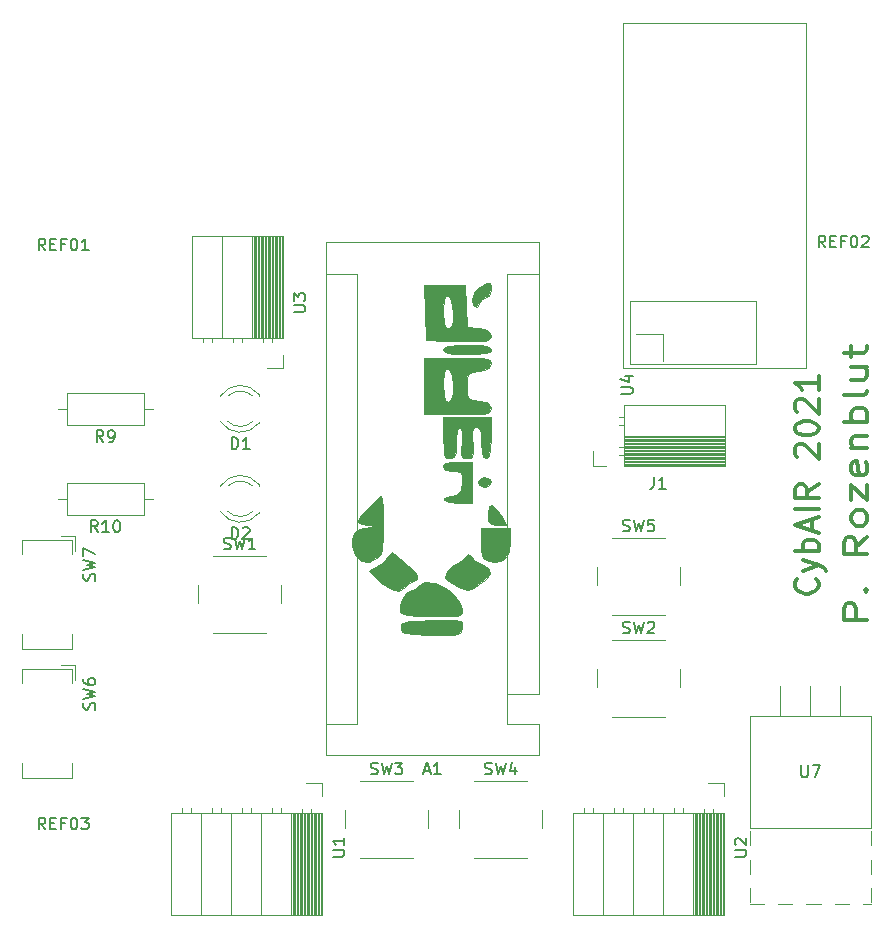
<source format=gbr>
G04 #@! TF.GenerationSoftware,KiCad,Pcbnew,(5.1.5)-3*
G04 #@! TF.CreationDate,2021-01-31T23:34:22+01:00*
G04 #@! TF.ProjectId,nadajnik_rev01,6e616461-6a6e-4696-9b5f-72657630312e,rev?*
G04 #@! TF.SameCoordinates,Original*
G04 #@! TF.FileFunction,Legend,Top*
G04 #@! TF.FilePolarity,Positive*
%FSLAX46Y46*%
G04 Gerber Fmt 4.6, Leading zero omitted, Abs format (unit mm)*
G04 Created by KiCad (PCBNEW (5.1.5)-3) date 2021-01-31 23:34:22*
%MOMM*%
%LPD*%
G04 APERTURE LIST*
%ADD10C,0.300000*%
%ADD11C,0.010000*%
%ADD12C,0.120000*%
%ADD13C,0.150000*%
G04 APERTURE END LIST*
D10*
X156721085Y-85523980D02*
X156816323Y-85619219D01*
X156911561Y-85904933D01*
X156911561Y-86095409D01*
X156816323Y-86381123D01*
X156625847Y-86571600D01*
X156435371Y-86666838D01*
X156054419Y-86762076D01*
X155768704Y-86762076D01*
X155387752Y-86666838D01*
X155197276Y-86571600D01*
X155006800Y-86381123D01*
X154911561Y-86095409D01*
X154911561Y-85904933D01*
X155006800Y-85619219D01*
X155102038Y-85523980D01*
X155578228Y-84857314D02*
X156911561Y-84381123D01*
X155578228Y-83904933D02*
X156911561Y-84381123D01*
X157387752Y-84571600D01*
X157482990Y-84666838D01*
X157578228Y-84857314D01*
X156911561Y-83143028D02*
X154911561Y-83143028D01*
X155673466Y-83143028D02*
X155578228Y-82952552D01*
X155578228Y-82571600D01*
X155673466Y-82381123D01*
X155768704Y-82285885D01*
X155959180Y-82190647D01*
X156530609Y-82190647D01*
X156721085Y-82285885D01*
X156816323Y-82381123D01*
X156911561Y-82571600D01*
X156911561Y-82952552D01*
X156816323Y-83143028D01*
X156340133Y-81428742D02*
X156340133Y-80476361D01*
X156911561Y-81619219D02*
X154911561Y-80952552D01*
X156911561Y-80285885D01*
X156911561Y-79619219D02*
X154911561Y-79619219D01*
X156911561Y-77523980D02*
X155959180Y-78190647D01*
X156911561Y-78666838D02*
X154911561Y-78666838D01*
X154911561Y-77904933D01*
X155006800Y-77714457D01*
X155102038Y-77619219D01*
X155292514Y-77523980D01*
X155578228Y-77523980D01*
X155768704Y-77619219D01*
X155863942Y-77714457D01*
X155959180Y-77904933D01*
X155959180Y-78666838D01*
X155102038Y-75238266D02*
X155006800Y-75143028D01*
X154911561Y-74952552D01*
X154911561Y-74476361D01*
X155006800Y-74285885D01*
X155102038Y-74190647D01*
X155292514Y-74095409D01*
X155482990Y-74095409D01*
X155768704Y-74190647D01*
X156911561Y-75333504D01*
X156911561Y-74095409D01*
X154911561Y-72857314D02*
X154911561Y-72666838D01*
X155006800Y-72476361D01*
X155102038Y-72381123D01*
X155292514Y-72285885D01*
X155673466Y-72190647D01*
X156149657Y-72190647D01*
X156530609Y-72285885D01*
X156721085Y-72381123D01*
X156816323Y-72476361D01*
X156911561Y-72666838D01*
X156911561Y-72857314D01*
X156816323Y-73047790D01*
X156721085Y-73143028D01*
X156530609Y-73238266D01*
X156149657Y-73333504D01*
X155673466Y-73333504D01*
X155292514Y-73238266D01*
X155102038Y-73143028D01*
X155006800Y-73047790D01*
X154911561Y-72857314D01*
X155102038Y-71428742D02*
X155006800Y-71333504D01*
X154911561Y-71143028D01*
X154911561Y-70666838D01*
X155006800Y-70476361D01*
X155102038Y-70381123D01*
X155292514Y-70285885D01*
X155482990Y-70285885D01*
X155768704Y-70381123D01*
X156911561Y-71523980D01*
X156911561Y-70285885D01*
X156911561Y-68381123D02*
X156911561Y-69523980D01*
X156911561Y-68952552D02*
X154911561Y-68952552D01*
X155197276Y-69143028D01*
X155387752Y-69333504D01*
X155482990Y-69523980D01*
X161026361Y-89000171D02*
X159026361Y-89000171D01*
X159026361Y-88047790D01*
X159121600Y-87809695D01*
X159216838Y-87690647D01*
X159407314Y-87571600D01*
X159693028Y-87571600D01*
X159883504Y-87690647D01*
X159978742Y-87809695D01*
X160073980Y-88047790D01*
X160073980Y-89000171D01*
X160835885Y-86500171D02*
X160931123Y-86381123D01*
X161026361Y-86500171D01*
X160931123Y-86619219D01*
X160835885Y-86500171D01*
X161026361Y-86500171D01*
X161026361Y-81976361D02*
X160073980Y-82809695D01*
X161026361Y-83404933D02*
X159026361Y-83404933D01*
X159026361Y-82452552D01*
X159121600Y-82214457D01*
X159216838Y-82095409D01*
X159407314Y-81976361D01*
X159693028Y-81976361D01*
X159883504Y-82095409D01*
X159978742Y-82214457D01*
X160073980Y-82452552D01*
X160073980Y-83404933D01*
X161026361Y-80547790D02*
X160931123Y-80785885D01*
X160835885Y-80904933D01*
X160645409Y-81023980D01*
X160073980Y-81023980D01*
X159883504Y-80904933D01*
X159788266Y-80785885D01*
X159693028Y-80547790D01*
X159693028Y-80190647D01*
X159788266Y-79952552D01*
X159883504Y-79833504D01*
X160073980Y-79714457D01*
X160645409Y-79714457D01*
X160835885Y-79833504D01*
X160931123Y-79952552D01*
X161026361Y-80190647D01*
X161026361Y-80547790D01*
X159693028Y-78881123D02*
X159693028Y-77571600D01*
X161026361Y-78881123D01*
X161026361Y-77571600D01*
X160931123Y-75666838D02*
X161026361Y-75904933D01*
X161026361Y-76381123D01*
X160931123Y-76619219D01*
X160740647Y-76738266D01*
X159978742Y-76738266D01*
X159788266Y-76619219D01*
X159693028Y-76381123D01*
X159693028Y-75904933D01*
X159788266Y-75666838D01*
X159978742Y-75547790D01*
X160169219Y-75547790D01*
X160359695Y-76738266D01*
X159693028Y-74476361D02*
X161026361Y-74476361D01*
X159883504Y-74476361D02*
X159788266Y-74357314D01*
X159693028Y-74119219D01*
X159693028Y-73762076D01*
X159788266Y-73523980D01*
X159978742Y-73404933D01*
X161026361Y-73404933D01*
X161026361Y-72214457D02*
X159026361Y-72214457D01*
X159788266Y-72214457D02*
X159693028Y-71976361D01*
X159693028Y-71500171D01*
X159788266Y-71262076D01*
X159883504Y-71143028D01*
X160073980Y-71023980D01*
X160645409Y-71023980D01*
X160835885Y-71143028D01*
X160931123Y-71262076D01*
X161026361Y-71500171D01*
X161026361Y-71976361D01*
X160931123Y-72214457D01*
X161026361Y-69595409D02*
X160931123Y-69833504D01*
X160740647Y-69952552D01*
X159026361Y-69952552D01*
X159693028Y-67571600D02*
X161026361Y-67571600D01*
X159693028Y-68643028D02*
X160740647Y-68643028D01*
X160931123Y-68523980D01*
X161026361Y-68285885D01*
X161026361Y-67928742D01*
X160931123Y-67690647D01*
X160835885Y-67571600D01*
X159693028Y-66738266D02*
X159693028Y-65785885D01*
X159026361Y-66381123D02*
X160740647Y-66381123D01*
X160931123Y-66262076D01*
X161026361Y-66023980D01*
X161026361Y-65785885D01*
D11*
G36*
X130761874Y-81209147D02*
G01*
X130761874Y-82402898D01*
X130700245Y-83227687D01*
X130472780Y-83697970D01*
X130202234Y-83896159D01*
X129498644Y-84070713D01*
X128999076Y-84034156D01*
X128611993Y-83875323D01*
X128420764Y-83550610D01*
X128358942Y-82905828D01*
X128355558Y-82540895D01*
X128355558Y-81209147D01*
X130761874Y-81209147D01*
G37*
X130761874Y-81209147D02*
X130761874Y-82402898D01*
X130700245Y-83227687D01*
X130472780Y-83697970D01*
X130202234Y-83896159D01*
X129498644Y-84070713D01*
X128999076Y-84034156D01*
X128611993Y-83875323D01*
X128420764Y-83550610D01*
X128358942Y-82905828D01*
X128355558Y-82540895D01*
X128355558Y-81209147D01*
X130761874Y-81209147D01*
G36*
X128982369Y-79373470D02*
G01*
X129241844Y-79228542D01*
X129643601Y-79576704D01*
X130014175Y-80143859D01*
X130469634Y-80941779D01*
X129679964Y-80941779D01*
X129147555Y-80887587D01*
X128930456Y-80616722D01*
X128890295Y-80014381D01*
X128982369Y-79373470D01*
G37*
X128982369Y-79373470D02*
X129241844Y-79228542D01*
X129643601Y-79576704D01*
X130014175Y-80143859D01*
X130469634Y-80941779D01*
X129679964Y-80941779D01*
X129147555Y-80887587D01*
X128930456Y-80616722D01*
X128890295Y-80014381D01*
X128982369Y-79373470D01*
G36*
X125333332Y-85143311D02*
G01*
X125664610Y-84708510D01*
X126074589Y-84314549D01*
X126387661Y-84150200D01*
X126671991Y-83967140D01*
X126939195Y-83682305D01*
X127270230Y-83393111D01*
X127460721Y-83554246D01*
X127781847Y-83906751D01*
X128361654Y-84286965D01*
X128379714Y-84296375D01*
X128979167Y-84711775D01*
X129088766Y-85128368D01*
X128701368Y-85607997D01*
X128185362Y-85979159D01*
X127559781Y-86358566D01*
X127134883Y-86461282D01*
X126664744Y-86304696D01*
X126294954Y-86112843D01*
X125671812Y-85751482D01*
X125285928Y-85472384D01*
X125248930Y-85429952D01*
X125333332Y-85143311D01*
G37*
X125333332Y-85143311D02*
X125664610Y-84708510D01*
X126074589Y-84314549D01*
X126387661Y-84150200D01*
X126671991Y-83967140D01*
X126939195Y-83682305D01*
X127270230Y-83393111D01*
X127460721Y-83554246D01*
X127781847Y-83906751D01*
X128361654Y-84286965D01*
X128379714Y-84296375D01*
X128979167Y-84711775D01*
X129088766Y-85128368D01*
X128701368Y-85607997D01*
X128185362Y-85979159D01*
X127559781Y-86358566D01*
X127134883Y-86461282D01*
X126664744Y-86304696D01*
X126294954Y-86112843D01*
X125671812Y-85751482D01*
X125285928Y-85472384D01*
X125248930Y-85429952D01*
X125333332Y-85143311D01*
G36*
X128311093Y-77005690D02*
G01*
X128622926Y-76931252D01*
X129058413Y-77098430D01*
X129157663Y-77332305D01*
X128934759Y-77658920D01*
X128622926Y-77733358D01*
X128187439Y-77566180D01*
X128088189Y-77332305D01*
X128311093Y-77005690D01*
G37*
X128311093Y-77005690D02*
X128622926Y-76931252D01*
X129058413Y-77098430D01*
X129157663Y-77332305D01*
X128934759Y-77658920D01*
X128622926Y-77733358D01*
X128187439Y-77566180D01*
X128088189Y-77332305D01*
X128311093Y-77005690D01*
G36*
X129157663Y-71851252D02*
G01*
X129157663Y-73589147D01*
X129130889Y-74563959D01*
X129035218Y-75105762D01*
X128847630Y-75314316D01*
X128756610Y-75327042D01*
X128504403Y-75183928D01*
X128381221Y-74688430D01*
X128355558Y-73990200D01*
X128318132Y-73166313D01*
X128180997Y-72758937D01*
X127920488Y-72653358D01*
X127666349Y-72741853D01*
X127568304Y-73089423D01*
X127598113Y-73819192D01*
X127613872Y-73990200D01*
X127670005Y-74781813D01*
X127608643Y-75178239D01*
X127383244Y-75314297D01*
X127152400Y-75327042D01*
X126807414Y-75281877D01*
X126654134Y-75056502D01*
X126646020Y-74516096D01*
X126690928Y-73990200D01*
X126721076Y-73079774D01*
X126588298Y-72675548D01*
X126517996Y-72653358D01*
X126328620Y-72902474D01*
X126227503Y-73585079D01*
X126216610Y-73990200D01*
X126188457Y-74792043D01*
X126068959Y-75191953D01*
X125805558Y-75321322D01*
X125681874Y-75327042D01*
X125392482Y-75272877D01*
X125231140Y-75031610D01*
X125161490Y-74485083D01*
X125147137Y-73589147D01*
X125147137Y-71851252D01*
X129157663Y-71851252D01*
G37*
X129157663Y-71851252D02*
X129157663Y-73589147D01*
X129130889Y-74563959D01*
X129035218Y-75105762D01*
X128847630Y-75314316D01*
X128756610Y-75327042D01*
X128504403Y-75183928D01*
X128381221Y-74688430D01*
X128355558Y-73990200D01*
X128318132Y-73166313D01*
X128180997Y-72758937D01*
X127920488Y-72653358D01*
X127666349Y-72741853D01*
X127568304Y-73089423D01*
X127598113Y-73819192D01*
X127613872Y-73990200D01*
X127670005Y-74781813D01*
X127608643Y-75178239D01*
X127383244Y-75314297D01*
X127152400Y-75327042D01*
X126807414Y-75281877D01*
X126654134Y-75056502D01*
X126646020Y-74516096D01*
X126690928Y-73990200D01*
X126721076Y-73079774D01*
X126588298Y-72675548D01*
X126517996Y-72653358D01*
X126328620Y-72902474D01*
X126227503Y-73585079D01*
X126216610Y-73990200D01*
X126188457Y-74792043D01*
X126068959Y-75191953D01*
X125805558Y-75321322D01*
X125681874Y-75327042D01*
X125392482Y-75272877D01*
X125231140Y-75031610D01*
X125161490Y-74485083D01*
X125147137Y-73589147D01*
X125147137Y-71851252D01*
X129157663Y-71851252D01*
G36*
X126350295Y-66792435D02*
G01*
X127603168Y-66786946D01*
X128415847Y-66811208D01*
X128882712Y-66881834D01*
X129098143Y-67015439D01*
X129156523Y-67228636D01*
X129157663Y-67286607D01*
X129036264Y-67653313D01*
X128585016Y-67838709D01*
X128155031Y-67891428D01*
X127538899Y-67968000D01*
X127247192Y-68165947D01*
X127158572Y-68640915D01*
X127152400Y-69177568D01*
X127173715Y-69918691D01*
X127318552Y-70280727D01*
X127708246Y-70419324D01*
X128155031Y-70463708D01*
X128841106Y-70584161D01*
X129125497Y-70843385D01*
X129157663Y-71065287D01*
X129118786Y-71296874D01*
X128939329Y-71447103D01*
X128525049Y-71533382D01*
X127781705Y-71573120D01*
X126615058Y-71583725D01*
X126350295Y-71583884D01*
X125548189Y-71583884D01*
X125548189Y-70514410D01*
X125802825Y-70368542D01*
X125925564Y-69865228D01*
X125949242Y-69206174D01*
X125880951Y-68285413D01*
X125663615Y-67815105D01*
X125548189Y-67744039D01*
X125313971Y-67749434D01*
X125190989Y-68062323D01*
X125148689Y-68782373D01*
X125147137Y-69052275D01*
X125183520Y-69936239D01*
X125311090Y-70390002D01*
X125548189Y-70514410D01*
X125548189Y-71583884D01*
X123542926Y-71583884D01*
X123542926Y-66820104D01*
X126350295Y-66792435D01*
G37*
X126350295Y-66792435D02*
X127603168Y-66786946D01*
X128415847Y-66811208D01*
X128882712Y-66881834D01*
X129098143Y-67015439D01*
X129156523Y-67228636D01*
X129157663Y-67286607D01*
X129036264Y-67653313D01*
X128585016Y-67838709D01*
X128155031Y-67891428D01*
X127538899Y-67968000D01*
X127247192Y-68165947D01*
X127158572Y-68640915D01*
X127152400Y-69177568D01*
X127173715Y-69918691D01*
X127318552Y-70280727D01*
X127708246Y-70419324D01*
X128155031Y-70463708D01*
X128841106Y-70584161D01*
X129125497Y-70843385D01*
X129157663Y-71065287D01*
X129118786Y-71296874D01*
X128939329Y-71447103D01*
X128525049Y-71533382D01*
X127781705Y-71573120D01*
X126615058Y-71583725D01*
X126350295Y-71583884D01*
X125548189Y-71583884D01*
X125548189Y-70514410D01*
X125802825Y-70368542D01*
X125925564Y-69865228D01*
X125949242Y-69206174D01*
X125880951Y-68285413D01*
X125663615Y-67815105D01*
X125548189Y-67744039D01*
X125313971Y-67749434D01*
X125190989Y-68062323D01*
X125148689Y-68782373D01*
X125147137Y-69052275D01*
X125183520Y-69936239D01*
X125311090Y-70390002D01*
X125548189Y-70514410D01*
X125548189Y-71583884D01*
X123542926Y-71583884D01*
X123542926Y-66820104D01*
X126350295Y-66792435D01*
G36*
X125252179Y-65891287D02*
G01*
X125631775Y-65767113D01*
X126382627Y-65710968D01*
X127152400Y-65701779D01*
X128210122Y-65722787D01*
X128830994Y-65798706D01*
X129111718Y-65948877D01*
X129157663Y-66102831D01*
X129052621Y-66314376D01*
X128673025Y-66438550D01*
X127922173Y-66494695D01*
X127152400Y-66503884D01*
X126094678Y-66482876D01*
X125473806Y-66406956D01*
X125193082Y-66256786D01*
X125147137Y-66102831D01*
X125252179Y-65891287D01*
G37*
X125252179Y-65891287D02*
X125631775Y-65767113D01*
X126382627Y-65710968D01*
X127152400Y-65701779D01*
X128210122Y-65722787D01*
X128830994Y-65798706D01*
X129111718Y-65948877D01*
X129157663Y-66102831D01*
X129052621Y-66314376D01*
X128673025Y-66438550D01*
X127922173Y-66494695D01*
X127152400Y-66503884D01*
X126094678Y-66482876D01*
X125473806Y-66406956D01*
X125193082Y-66256786D01*
X125147137Y-66102831D01*
X125252179Y-65891287D01*
G36*
X126994284Y-60621779D02*
G01*
X127073342Y-62426516D01*
X127152400Y-64231252D01*
X128155031Y-64314234D01*
X128838834Y-64433130D01*
X129123374Y-64690056D01*
X129157663Y-64925167D01*
X129123525Y-65161910D01*
X128957332Y-65310483D01*
X128563416Y-65386656D01*
X127846107Y-65406200D01*
X126709739Y-65384884D01*
X126417137Y-65376922D01*
X125358044Y-65347476D01*
X125358044Y-64314416D01*
X125641186Y-64298277D01*
X125770996Y-64186691D01*
X125934424Y-63750390D01*
X125965613Y-63056930D01*
X125883125Y-62322269D01*
X125705523Y-61762368D01*
X125548189Y-61594565D01*
X125313971Y-61599961D01*
X125190989Y-61912850D01*
X125148689Y-62632899D01*
X125147137Y-62902802D01*
X125197696Y-63858179D01*
X125358044Y-64314416D01*
X125358044Y-65347476D01*
X123676610Y-65300726D01*
X123599359Y-62961252D01*
X123522107Y-60621779D01*
X126994284Y-60621779D01*
G37*
X126994284Y-60621779D02*
X127073342Y-62426516D01*
X127152400Y-64231252D01*
X128155031Y-64314234D01*
X128838834Y-64433130D01*
X129123374Y-64690056D01*
X129157663Y-64925167D01*
X129123525Y-65161910D01*
X128957332Y-65310483D01*
X128563416Y-65386656D01*
X127846107Y-65406200D01*
X126709739Y-65384884D01*
X126417137Y-65376922D01*
X125358044Y-65347476D01*
X125358044Y-64314416D01*
X125641186Y-64298277D01*
X125770996Y-64186691D01*
X125934424Y-63750390D01*
X125965613Y-63056930D01*
X125883125Y-62322269D01*
X125705523Y-61762368D01*
X125548189Y-61594565D01*
X125313971Y-61599961D01*
X125190989Y-61912850D01*
X125148689Y-62632899D01*
X125147137Y-62902802D01*
X125197696Y-63858179D01*
X125358044Y-64314416D01*
X125358044Y-65347476D01*
X123676610Y-65300726D01*
X123599359Y-62961252D01*
X123522107Y-60621779D01*
X126994284Y-60621779D01*
G36*
X127791717Y-61188870D02*
G01*
X128212467Y-60786213D01*
X128800480Y-60437154D01*
X129075690Y-60435916D01*
X129154742Y-60811698D01*
X129157663Y-61022831D01*
X129028256Y-61545484D01*
X128785216Y-61691252D01*
X128372462Y-61906919D01*
X128258870Y-62092305D01*
X127971446Y-62465599D01*
X127686379Y-62375169D01*
X127553528Y-61871284D01*
X127553453Y-61855687D01*
X127791717Y-61188870D01*
G37*
X127791717Y-61188870D02*
X128212467Y-60786213D01*
X128800480Y-60437154D01*
X129075690Y-60435916D01*
X129154742Y-60811698D01*
X129157663Y-61022831D01*
X129028256Y-61545484D01*
X128785216Y-61691252D01*
X128372462Y-61906919D01*
X128258870Y-62092305D01*
X127971446Y-62465599D01*
X127686379Y-62375169D01*
X127553528Y-61871284D01*
X127553453Y-61855687D01*
X127791717Y-61188870D01*
G36*
X125304595Y-75731124D02*
G01*
X125839988Y-75610718D01*
X126350295Y-75594410D01*
X127553453Y-75594410D01*
X127553453Y-79070200D01*
X126350295Y-79070200D01*
X125589037Y-79004944D01*
X125196451Y-78849483D01*
X125220994Y-78664280D01*
X125711121Y-78509799D01*
X125882400Y-78486380D01*
X126378798Y-78355474D01*
X126612680Y-78004338D01*
X126700645Y-77399147D01*
X126722987Y-76743936D01*
X126565148Y-76462381D01*
X126111906Y-76397364D01*
X125965382Y-76396516D01*
X125321563Y-76281715D01*
X125147137Y-75995463D01*
X125304595Y-75731124D01*
G37*
X125304595Y-75731124D02*
X125839988Y-75610718D01*
X126350295Y-75594410D01*
X127553453Y-75594410D01*
X127553453Y-79070200D01*
X126350295Y-79070200D01*
X125589037Y-79004944D01*
X125196451Y-78849483D01*
X125220994Y-78664280D01*
X125711121Y-78509799D01*
X125882400Y-78486380D01*
X126378798Y-78355474D01*
X126612680Y-78004338D01*
X126700645Y-77399147D01*
X126722987Y-76743936D01*
X126565148Y-76462381D01*
X126111906Y-76397364D01*
X125965382Y-76396516D01*
X125321563Y-76281715D01*
X125147137Y-75995463D01*
X125304595Y-75731124D01*
G36*
X121578709Y-89383868D02*
G01*
X121766955Y-89221812D01*
X122200066Y-89122186D01*
X122975703Y-89062087D01*
X124144505Y-89019992D01*
X125341010Y-88991353D01*
X126101565Y-89002385D01*
X126524518Y-89071057D01*
X126708215Y-89215336D01*
X126751003Y-89453192D01*
X126751347Y-89496278D01*
X126599561Y-90006399D01*
X126394788Y-90185912D01*
X125975264Y-90240115D01*
X125172223Y-90264182D01*
X124136213Y-90254739D01*
X123787945Y-90244363D01*
X122687656Y-90194849D01*
X122017509Y-90121365D01*
X121672926Y-89995416D01*
X121549333Y-89788512D01*
X121537663Y-89631252D01*
X121578709Y-89383868D01*
G37*
X121578709Y-89383868D02*
X121766955Y-89221812D01*
X122200066Y-89122186D01*
X122975703Y-89062087D01*
X124144505Y-89019992D01*
X125341010Y-88991353D01*
X126101565Y-89002385D01*
X126524518Y-89071057D01*
X126708215Y-89215336D01*
X126751003Y-89453192D01*
X126751347Y-89496278D01*
X126599561Y-90006399D01*
X126394788Y-90185912D01*
X125975264Y-90240115D01*
X125172223Y-90264182D01*
X124136213Y-90254739D01*
X123787945Y-90244363D01*
X122687656Y-90194849D01*
X122017509Y-90121365D01*
X121672926Y-89995416D01*
X121549333Y-89788512D01*
X121537663Y-89631252D01*
X121578709Y-89383868D01*
G36*
X121727116Y-87138476D02*
G01*
X122086597Y-86674034D01*
X122352210Y-86556516D01*
X122779938Y-86369807D01*
X123008189Y-86155463D01*
X123624740Y-85795351D01*
X124457924Y-85871644D01*
X125432679Y-86372577D01*
X125710240Y-86578982D01*
X126492925Y-87361054D01*
X126751347Y-88049509D01*
X126731242Y-88348386D01*
X126604277Y-88537064D01*
X126270477Y-88640881D01*
X125629867Y-88685180D01*
X124582473Y-88695302D01*
X124202956Y-88695463D01*
X122970524Y-88679399D01*
X122175680Y-88621261D01*
X121721967Y-88506127D01*
X121512926Y-88319076D01*
X121493745Y-88276374D01*
X121491830Y-87748055D01*
X121727116Y-87138476D01*
G37*
X121727116Y-87138476D02*
X122086597Y-86674034D01*
X122352210Y-86556516D01*
X122779938Y-86369807D01*
X123008189Y-86155463D01*
X123624740Y-85795351D01*
X124457924Y-85871644D01*
X125432679Y-86372577D01*
X125710240Y-86578982D01*
X126492925Y-87361054D01*
X126751347Y-88049509D01*
X126731242Y-88348386D01*
X126604277Y-88537064D01*
X126270477Y-88640881D01*
X125629867Y-88685180D01*
X124582473Y-88695302D01*
X124202956Y-88695463D01*
X122970524Y-88679399D01*
X122175680Y-88621261D01*
X121721967Y-88506127D01*
X121512926Y-88319076D01*
X121493745Y-88276374D01*
X121491830Y-87748055D01*
X121727116Y-87138476D01*
G36*
X118978055Y-84656258D02*
G01*
X119236099Y-84560435D01*
X119867780Y-84220765D01*
X120325087Y-83831346D01*
X120832316Y-83286899D01*
X121915433Y-84186444D01*
X122632589Y-84821239D01*
X122943392Y-85231540D01*
X122881276Y-85497037D01*
X122540295Y-85675797D01*
X122022937Y-86007084D01*
X121858588Y-86202143D01*
X121396503Y-86530309D01*
X120713520Y-86404535D01*
X119853176Y-85835654D01*
X119642986Y-85650797D01*
X119075226Y-85111965D01*
X118867261Y-84817108D01*
X118978055Y-84656258D01*
G37*
X118978055Y-84656258D02*
X119236099Y-84560435D01*
X119867780Y-84220765D01*
X120325087Y-83831346D01*
X120832316Y-83286899D01*
X121915433Y-84186444D01*
X122632589Y-84821239D01*
X122943392Y-85231540D01*
X122881276Y-85497037D01*
X122540295Y-85675797D01*
X122022937Y-86007084D01*
X121858588Y-86202143D01*
X121396503Y-86530309D01*
X120713520Y-86404535D01*
X119853176Y-85835654D01*
X119642986Y-85650797D01*
X119075226Y-85111965D01*
X118867261Y-84817108D01*
X118978055Y-84656258D01*
G36*
X117549877Y-81652263D02*
G01*
X117836100Y-81357423D01*
X118465904Y-81200667D01*
X118596610Y-81180246D01*
X119235251Y-81076757D01*
X119370585Y-81022206D01*
X119028747Y-80990458D01*
X118797137Y-80979720D01*
X118205268Y-80874620D01*
X117930581Y-80669626D01*
X117928189Y-80647673D01*
X118101951Y-80317856D01*
X118528097Y-79789486D01*
X119063922Y-79214911D01*
X119566718Y-78746480D01*
X119893780Y-78536542D01*
X119906716Y-78535463D01*
X119977921Y-78782745D01*
X120032903Y-79444363D01*
X120063499Y-80399981D01*
X120067137Y-80900340D01*
X120048025Y-82098343D01*
X119976707Y-82882941D01*
X119832210Y-83374550D01*
X119593563Y-83693589D01*
X119578189Y-83707708D01*
X118873885Y-84079467D01*
X118212930Y-83992529D01*
X117700564Y-83519341D01*
X117442023Y-82732350D01*
X117441489Y-82236788D01*
X117549877Y-81652263D01*
G37*
X117549877Y-81652263D02*
X117836100Y-81357423D01*
X118465904Y-81200667D01*
X118596610Y-81180246D01*
X119235251Y-81076757D01*
X119370585Y-81022206D01*
X119028747Y-80990458D01*
X118797137Y-80979720D01*
X118205268Y-80874620D01*
X117930581Y-80669626D01*
X117928189Y-80647673D01*
X118101951Y-80317856D01*
X118528097Y-79789486D01*
X119063922Y-79214911D01*
X119566718Y-78746480D01*
X119893780Y-78536542D01*
X119906716Y-78535463D01*
X119977921Y-78782745D01*
X120032903Y-79444363D01*
X120063499Y-80399981D01*
X120067137Y-80900340D01*
X120048025Y-82098343D01*
X119976707Y-82882941D01*
X119832210Y-83374550D01*
X119593563Y-83693589D01*
X119578189Y-83707708D01*
X118873885Y-84079467D01*
X118212930Y-83992529D01*
X117700564Y-83519341D01*
X117442023Y-82732350D01*
X117441489Y-82236788D01*
X117549877Y-81652263D01*
D12*
X140970000Y-67310000D02*
X140970000Y-61976000D01*
X140970000Y-61976000D02*
X151638000Y-61976000D01*
X151638000Y-61976000D02*
X151638000Y-67310000D01*
X151638000Y-67310000D02*
X151638000Y-67310000D01*
X141478000Y-64770000D02*
X143764000Y-64770000D01*
X143764000Y-64770000D02*
X143764000Y-67056000D01*
X143764000Y-67056000D02*
X143764000Y-67056000D01*
X140394000Y-67640000D02*
X140394000Y-38440000D01*
X140394000Y-38440000D02*
X155844000Y-38440000D01*
X155844000Y-38440000D02*
X155844000Y-67640000D01*
X155844000Y-67640000D02*
X140394000Y-67640000D01*
X140394000Y-67640000D02*
X140394000Y-67640000D01*
X151638000Y-67310000D02*
X140970000Y-67310000D01*
X140970000Y-67310000D02*
X140970000Y-67310000D01*
X93668000Y-94350000D02*
X93668000Y-93150000D01*
X93668000Y-93150000D02*
X89468000Y-93150000D01*
X89468000Y-93150000D02*
X89468000Y-94350000D01*
X93668000Y-101150000D02*
X93668000Y-102350000D01*
X93668000Y-102350000D02*
X89468000Y-102350000D01*
X89468000Y-102350000D02*
X89468000Y-101150000D01*
X93968000Y-94050000D02*
X93968000Y-92850000D01*
X93968000Y-92850000D02*
X92768000Y-92850000D01*
X148904000Y-103886000D02*
X148904000Y-102776000D01*
X148904000Y-102776000D02*
X147574000Y-102776000D01*
X148904000Y-113976000D02*
X136084000Y-113976000D01*
X136084000Y-113976000D02*
X136084000Y-105346000D01*
X148904000Y-105346000D02*
X136084000Y-105346000D01*
X148904000Y-113976000D02*
X148904000Y-105346000D01*
X138684000Y-113976000D02*
X138684000Y-105346000D01*
X141224000Y-113976000D02*
X141224000Y-105346000D01*
X143764000Y-113976000D02*
X143764000Y-105346000D01*
X146304000Y-113976000D02*
X146304000Y-105346000D01*
X137054000Y-105346000D02*
X137054000Y-104936000D01*
X137774000Y-105346000D02*
X137774000Y-104936000D01*
X139594000Y-105346000D02*
X139594000Y-104936000D01*
X140314000Y-105346000D02*
X140314000Y-104936000D01*
X142134000Y-105346000D02*
X142134000Y-104936000D01*
X142854000Y-105346000D02*
X142854000Y-104936000D01*
X144674000Y-105346000D02*
X144674000Y-104936000D01*
X145394000Y-105346000D02*
X145394000Y-104936000D01*
X147214000Y-105346000D02*
X147214000Y-104996000D01*
X147934000Y-105346000D02*
X147934000Y-104996000D01*
X146422100Y-113976000D02*
X146422100Y-105346000D01*
X146540195Y-113976000D02*
X146540195Y-105346000D01*
X146658290Y-113976000D02*
X146658290Y-105346000D01*
X146776385Y-113976000D02*
X146776385Y-105346000D01*
X146894480Y-113976000D02*
X146894480Y-105346000D01*
X147012575Y-113976000D02*
X147012575Y-105346000D01*
X147130670Y-113976000D02*
X147130670Y-105346000D01*
X147248765Y-113976000D02*
X147248765Y-105346000D01*
X147366860Y-113976000D02*
X147366860Y-105346000D01*
X147484955Y-113976000D02*
X147484955Y-105346000D01*
X147603050Y-113976000D02*
X147603050Y-105346000D01*
X147721145Y-113976000D02*
X147721145Y-105346000D01*
X147839240Y-113976000D02*
X147839240Y-105346000D01*
X147957335Y-113976000D02*
X147957335Y-105346000D01*
X148075430Y-113976000D02*
X148075430Y-105346000D01*
X148193525Y-113976000D02*
X148193525Y-105346000D01*
X148311620Y-113976000D02*
X148311620Y-105346000D01*
X148429715Y-113976000D02*
X148429715Y-105346000D01*
X148547810Y-113976000D02*
X148547810Y-105346000D01*
X148665905Y-113976000D02*
X148665905Y-105346000D01*
X148784000Y-113976000D02*
X148784000Y-105346000D01*
X114748000Y-113976000D02*
X114748000Y-105346000D01*
X114629905Y-113976000D02*
X114629905Y-105346000D01*
X114511810Y-113976000D02*
X114511810Y-105346000D01*
X114393715Y-113976000D02*
X114393715Y-105346000D01*
X114275620Y-113976000D02*
X114275620Y-105346000D01*
X114157525Y-113976000D02*
X114157525Y-105346000D01*
X114039430Y-113976000D02*
X114039430Y-105346000D01*
X113921335Y-113976000D02*
X113921335Y-105346000D01*
X113803240Y-113976000D02*
X113803240Y-105346000D01*
X113685145Y-113976000D02*
X113685145Y-105346000D01*
X113567050Y-113976000D02*
X113567050Y-105346000D01*
X113448955Y-113976000D02*
X113448955Y-105346000D01*
X113330860Y-113976000D02*
X113330860Y-105346000D01*
X113212765Y-113976000D02*
X113212765Y-105346000D01*
X113094670Y-113976000D02*
X113094670Y-105346000D01*
X112976575Y-113976000D02*
X112976575Y-105346000D01*
X112858480Y-113976000D02*
X112858480Y-105346000D01*
X112740385Y-113976000D02*
X112740385Y-105346000D01*
X112622290Y-113976000D02*
X112622290Y-105346000D01*
X112504195Y-113976000D02*
X112504195Y-105346000D01*
X112386100Y-113976000D02*
X112386100Y-105346000D01*
X113898000Y-105346000D02*
X113898000Y-104996000D01*
X113178000Y-105346000D02*
X113178000Y-104996000D01*
X111358000Y-105346000D02*
X111358000Y-104936000D01*
X110638000Y-105346000D02*
X110638000Y-104936000D01*
X108818000Y-105346000D02*
X108818000Y-104936000D01*
X108098000Y-105346000D02*
X108098000Y-104936000D01*
X106278000Y-105346000D02*
X106278000Y-104936000D01*
X105558000Y-105346000D02*
X105558000Y-104936000D01*
X103738000Y-105346000D02*
X103738000Y-104936000D01*
X103018000Y-105346000D02*
X103018000Y-104936000D01*
X112268000Y-113976000D02*
X112268000Y-105346000D01*
X109728000Y-113976000D02*
X109728000Y-105346000D01*
X107188000Y-113976000D02*
X107188000Y-105346000D01*
X104648000Y-113976000D02*
X104648000Y-105346000D01*
X114868000Y-113976000D02*
X114868000Y-105346000D01*
X114868000Y-105346000D02*
X102048000Y-105346000D01*
X102048000Y-113976000D02*
X102048000Y-105346000D01*
X114868000Y-113976000D02*
X102048000Y-113976000D01*
X114868000Y-102776000D02*
X113538000Y-102776000D01*
X114868000Y-103886000D02*
X114868000Y-102776000D01*
X130556000Y-95250000D02*
X130556000Y-97790000D01*
X130556000Y-97790000D02*
X133226000Y-97790000D01*
X133226000Y-95250000D02*
X133226000Y-57020000D01*
X133226000Y-100460000D02*
X133226000Y-97790000D01*
X117856000Y-97790000D02*
X115186000Y-97790000D01*
X117856000Y-97790000D02*
X117856000Y-59690000D01*
X117856000Y-59690000D02*
X115186000Y-59690000D01*
X130556000Y-95250000D02*
X133226000Y-95250000D01*
X130556000Y-95250000D02*
X130556000Y-59690000D01*
X130556000Y-59690000D02*
X133226000Y-59690000D01*
X133226000Y-57020000D02*
X115186000Y-57020000D01*
X115186000Y-57020000D02*
X115186000Y-100460000D01*
X115186000Y-100460000D02*
X133226000Y-100460000D01*
X109510000Y-72356000D02*
X109510000Y-72200000D01*
X109510000Y-70040000D02*
X109510000Y-69884000D01*
X106277665Y-72198608D02*
G75*
G03X109510000Y-72355516I1672335J1078608D01*
G01*
X106277665Y-70041392D02*
G75*
G02X109510000Y-69884484I1672335J-1078608D01*
G01*
X106908870Y-72199837D02*
G75*
G03X108990961Y-72200000I1041130J1079837D01*
G01*
X106908870Y-70040163D02*
G75*
G02X108990961Y-70040000I1041130J-1079837D01*
G01*
X106908870Y-77660163D02*
G75*
G02X108990961Y-77660000I1041130J-1079837D01*
G01*
X106908870Y-79819837D02*
G75*
G03X108990961Y-79820000I1041130J1079837D01*
G01*
X106277665Y-77661392D02*
G75*
G02X109510000Y-77504484I1672335J-1078608D01*
G01*
X106277665Y-79818608D02*
G75*
G03X109510000Y-79975516I1672335J1078608D01*
G01*
X109510000Y-77660000D02*
X109510000Y-77504000D01*
X109510000Y-79976000D02*
X109510000Y-79820000D01*
X149028000Y-75886000D02*
X140398000Y-75886000D01*
X149028000Y-75767905D02*
X140398000Y-75767905D01*
X149028000Y-75649810D02*
X140398000Y-75649810D01*
X149028000Y-75531715D02*
X140398000Y-75531715D01*
X149028000Y-75413620D02*
X140398000Y-75413620D01*
X149028000Y-75295525D02*
X140398000Y-75295525D01*
X149028000Y-75177430D02*
X140398000Y-75177430D01*
X149028000Y-75059335D02*
X140398000Y-75059335D01*
X149028000Y-74941240D02*
X140398000Y-74941240D01*
X149028000Y-74823145D02*
X140398000Y-74823145D01*
X149028000Y-74705050D02*
X140398000Y-74705050D01*
X149028000Y-74586955D02*
X140398000Y-74586955D01*
X149028000Y-74468860D02*
X140398000Y-74468860D01*
X149028000Y-74350765D02*
X140398000Y-74350765D01*
X149028000Y-74232670D02*
X140398000Y-74232670D01*
X149028000Y-74114575D02*
X140398000Y-74114575D01*
X149028000Y-73996480D02*
X140398000Y-73996480D01*
X149028000Y-73878385D02*
X140398000Y-73878385D01*
X149028000Y-73760290D02*
X140398000Y-73760290D01*
X149028000Y-73642195D02*
X140398000Y-73642195D01*
X149028000Y-73524100D02*
X140398000Y-73524100D01*
X140398000Y-75036000D02*
X140048000Y-75036000D01*
X140398000Y-74316000D02*
X140048000Y-74316000D01*
X140398000Y-72496000D02*
X139988000Y-72496000D01*
X140398000Y-71776000D02*
X139988000Y-71776000D01*
X149028000Y-73406000D02*
X140398000Y-73406000D01*
X149028000Y-76006000D02*
X140398000Y-76006000D01*
X140398000Y-76006000D02*
X140398000Y-70806000D01*
X149028000Y-70806000D02*
X140398000Y-70806000D01*
X149028000Y-76006000D02*
X149028000Y-70806000D01*
X137828000Y-76006000D02*
X137828000Y-74676000D01*
X138938000Y-76006000D02*
X137828000Y-76006000D01*
X92480000Y-71120000D02*
X93250000Y-71120000D01*
X100560000Y-71120000D02*
X99790000Y-71120000D01*
X93250000Y-72490000D02*
X99790000Y-72490000D01*
X93250000Y-69750000D02*
X93250000Y-72490000D01*
X99790000Y-69750000D02*
X93250000Y-69750000D01*
X99790000Y-72490000D02*
X99790000Y-69750000D01*
X99790000Y-80110000D02*
X99790000Y-77370000D01*
X99790000Y-77370000D02*
X93250000Y-77370000D01*
X93250000Y-77370000D02*
X93250000Y-80110000D01*
X93250000Y-80110000D02*
X99790000Y-80110000D01*
X100560000Y-78740000D02*
X99790000Y-78740000D01*
X92480000Y-78740000D02*
X93250000Y-78740000D01*
X111398000Y-87582000D02*
X111398000Y-86082000D01*
X110148000Y-83582000D02*
X105648000Y-83582000D01*
X104398000Y-86082000D02*
X104398000Y-87582000D01*
X105648000Y-90082000D02*
X110148000Y-90082000D01*
X139430000Y-97194000D02*
X143930000Y-97194000D01*
X138180000Y-93194000D02*
X138180000Y-94694000D01*
X143930000Y-90694000D02*
X139430000Y-90694000D01*
X145180000Y-94694000D02*
X145180000Y-93194000D01*
X118094000Y-109132000D02*
X122594000Y-109132000D01*
X116844000Y-105132000D02*
X116844000Y-106632000D01*
X122594000Y-102632000D02*
X118094000Y-102632000D01*
X123844000Y-106632000D02*
X123844000Y-105132000D01*
X133496000Y-106632000D02*
X133496000Y-105132000D01*
X132246000Y-102632000D02*
X127746000Y-102632000D01*
X126496000Y-105132000D02*
X126496000Y-106632000D01*
X127746000Y-109132000D02*
X132246000Y-109132000D01*
X139430000Y-88558000D02*
X143930000Y-88558000D01*
X138180000Y-84558000D02*
X138180000Y-86058000D01*
X143930000Y-82058000D02*
X139430000Y-82058000D01*
X145180000Y-86058000D02*
X145180000Y-84558000D01*
X93968000Y-81928000D02*
X92768000Y-81928000D01*
X93968000Y-83128000D02*
X93968000Y-81928000D01*
X89468000Y-91428000D02*
X89468000Y-90228000D01*
X93668000Y-91428000D02*
X89468000Y-91428000D01*
X93668000Y-90228000D02*
X93668000Y-91428000D01*
X89468000Y-82228000D02*
X89468000Y-83428000D01*
X93668000Y-82228000D02*
X89468000Y-82228000D01*
X93668000Y-83428000D02*
X93668000Y-82228000D01*
X111446000Y-56458000D02*
X111446000Y-65088000D01*
X111327905Y-56458000D02*
X111327905Y-65088000D01*
X111209810Y-56458000D02*
X111209810Y-65088000D01*
X111091715Y-56458000D02*
X111091715Y-65088000D01*
X110973620Y-56458000D02*
X110973620Y-65088000D01*
X110855525Y-56458000D02*
X110855525Y-65088000D01*
X110737430Y-56458000D02*
X110737430Y-65088000D01*
X110619335Y-56458000D02*
X110619335Y-65088000D01*
X110501240Y-56458000D02*
X110501240Y-65088000D01*
X110383145Y-56458000D02*
X110383145Y-65088000D01*
X110265050Y-56458000D02*
X110265050Y-65088000D01*
X110146955Y-56458000D02*
X110146955Y-65088000D01*
X110028860Y-56458000D02*
X110028860Y-65088000D01*
X109910765Y-56458000D02*
X109910765Y-65088000D01*
X109792670Y-56458000D02*
X109792670Y-65088000D01*
X109674575Y-56458000D02*
X109674575Y-65088000D01*
X109556480Y-56458000D02*
X109556480Y-65088000D01*
X109438385Y-56458000D02*
X109438385Y-65088000D01*
X109320290Y-56458000D02*
X109320290Y-65088000D01*
X109202195Y-56458000D02*
X109202195Y-65088000D01*
X109084100Y-56458000D02*
X109084100Y-65088000D01*
X110596000Y-65088000D02*
X110596000Y-65438000D01*
X109876000Y-65088000D02*
X109876000Y-65438000D01*
X108056000Y-65088000D02*
X108056000Y-65498000D01*
X107336000Y-65088000D02*
X107336000Y-65498000D01*
X105516000Y-65088000D02*
X105516000Y-65498000D01*
X104796000Y-65088000D02*
X104796000Y-65498000D01*
X108966000Y-56458000D02*
X108966000Y-65088000D01*
X106426000Y-56458000D02*
X106426000Y-65088000D01*
X111566000Y-56458000D02*
X111566000Y-65088000D01*
X111566000Y-65088000D02*
X103826000Y-65088000D01*
X103826000Y-56458000D02*
X103826000Y-65088000D01*
X111566000Y-56458000D02*
X103826000Y-56458000D01*
X111566000Y-67658000D02*
X110236000Y-67658000D01*
X111566000Y-66548000D02*
X111566000Y-67658000D01*
X151090000Y-97162000D02*
X161330000Y-97162000D01*
X151090000Y-106652000D02*
X161330000Y-106652000D01*
X151090000Y-97162000D02*
X151090000Y-106652000D01*
X161330000Y-97162000D02*
X161330000Y-106652000D01*
X151090000Y-113052000D02*
X152290000Y-113052000D01*
X153489000Y-113052000D02*
X154690000Y-113052000D01*
X155890000Y-113052000D02*
X157090000Y-113052000D01*
X158290000Y-113052000D02*
X159490000Y-113052000D01*
X160690000Y-113052000D02*
X161330000Y-113052000D01*
X151090000Y-106892000D02*
X151090000Y-108092000D01*
X151090000Y-109292000D02*
X151090000Y-110492000D01*
X151090000Y-111692000D02*
X151090000Y-112892000D01*
X161330000Y-106892000D02*
X161330000Y-108092000D01*
X161330000Y-109292000D02*
X161330000Y-110492000D01*
X161330000Y-111692000D02*
X161330000Y-112892000D01*
X153670000Y-94622000D02*
X153670000Y-97162000D01*
X156210000Y-94622000D02*
X156210000Y-97162000D01*
X158750000Y-94622000D02*
X158750000Y-97162000D01*
D13*
X91440190Y-106726380D02*
X91106857Y-106250190D01*
X90868761Y-106726380D02*
X90868761Y-105726380D01*
X91249714Y-105726380D01*
X91344952Y-105774000D01*
X91392571Y-105821619D01*
X91440190Y-105916857D01*
X91440190Y-106059714D01*
X91392571Y-106154952D01*
X91344952Y-106202571D01*
X91249714Y-106250190D01*
X90868761Y-106250190D01*
X91868761Y-106202571D02*
X92202095Y-106202571D01*
X92344952Y-106726380D02*
X91868761Y-106726380D01*
X91868761Y-105726380D01*
X92344952Y-105726380D01*
X93106857Y-106202571D02*
X92773523Y-106202571D01*
X92773523Y-106726380D02*
X92773523Y-105726380D01*
X93249714Y-105726380D01*
X93821142Y-105726380D02*
X93916380Y-105726380D01*
X94011619Y-105774000D01*
X94059238Y-105821619D01*
X94106857Y-105916857D01*
X94154476Y-106107333D01*
X94154476Y-106345428D01*
X94106857Y-106535904D01*
X94059238Y-106631142D01*
X94011619Y-106678761D01*
X93916380Y-106726380D01*
X93821142Y-106726380D01*
X93725904Y-106678761D01*
X93678285Y-106631142D01*
X93630666Y-106535904D01*
X93583047Y-106345428D01*
X93583047Y-106107333D01*
X93630666Y-105916857D01*
X93678285Y-105821619D01*
X93725904Y-105774000D01*
X93821142Y-105726380D01*
X94487809Y-105726380D02*
X95106857Y-105726380D01*
X94773523Y-106107333D01*
X94916380Y-106107333D01*
X95011619Y-106154952D01*
X95059238Y-106202571D01*
X95106857Y-106297809D01*
X95106857Y-106535904D01*
X95059238Y-106631142D01*
X95011619Y-106678761D01*
X94916380Y-106726380D01*
X94630666Y-106726380D01*
X94535428Y-106678761D01*
X94487809Y-106631142D01*
X157480190Y-57450380D02*
X157146857Y-56974190D01*
X156908761Y-57450380D02*
X156908761Y-56450380D01*
X157289714Y-56450380D01*
X157384952Y-56498000D01*
X157432571Y-56545619D01*
X157480190Y-56640857D01*
X157480190Y-56783714D01*
X157432571Y-56878952D01*
X157384952Y-56926571D01*
X157289714Y-56974190D01*
X156908761Y-56974190D01*
X157908761Y-56926571D02*
X158242095Y-56926571D01*
X158384952Y-57450380D02*
X157908761Y-57450380D01*
X157908761Y-56450380D01*
X158384952Y-56450380D01*
X159146857Y-56926571D02*
X158813523Y-56926571D01*
X158813523Y-57450380D02*
X158813523Y-56450380D01*
X159289714Y-56450380D01*
X159861142Y-56450380D02*
X159956380Y-56450380D01*
X160051619Y-56498000D01*
X160099238Y-56545619D01*
X160146857Y-56640857D01*
X160194476Y-56831333D01*
X160194476Y-57069428D01*
X160146857Y-57259904D01*
X160099238Y-57355142D01*
X160051619Y-57402761D01*
X159956380Y-57450380D01*
X159861142Y-57450380D01*
X159765904Y-57402761D01*
X159718285Y-57355142D01*
X159670666Y-57259904D01*
X159623047Y-57069428D01*
X159623047Y-56831333D01*
X159670666Y-56640857D01*
X159718285Y-56545619D01*
X159765904Y-56498000D01*
X159861142Y-56450380D01*
X160575428Y-56545619D02*
X160623047Y-56498000D01*
X160718285Y-56450380D01*
X160956380Y-56450380D01*
X161051619Y-56498000D01*
X161099238Y-56545619D01*
X161146857Y-56640857D01*
X161146857Y-56736095D01*
X161099238Y-56878952D01*
X160527809Y-57450380D01*
X161146857Y-57450380D01*
X91440190Y-57704380D02*
X91106857Y-57228190D01*
X90868761Y-57704380D02*
X90868761Y-56704380D01*
X91249714Y-56704380D01*
X91344952Y-56752000D01*
X91392571Y-56799619D01*
X91440190Y-56894857D01*
X91440190Y-57037714D01*
X91392571Y-57132952D01*
X91344952Y-57180571D01*
X91249714Y-57228190D01*
X90868761Y-57228190D01*
X91868761Y-57180571D02*
X92202095Y-57180571D01*
X92344952Y-57704380D02*
X91868761Y-57704380D01*
X91868761Y-56704380D01*
X92344952Y-56704380D01*
X93106857Y-57180571D02*
X92773523Y-57180571D01*
X92773523Y-57704380D02*
X92773523Y-56704380D01*
X93249714Y-56704380D01*
X93821142Y-56704380D02*
X93916380Y-56704380D01*
X94011619Y-56752000D01*
X94059238Y-56799619D01*
X94106857Y-56894857D01*
X94154476Y-57085333D01*
X94154476Y-57323428D01*
X94106857Y-57513904D01*
X94059238Y-57609142D01*
X94011619Y-57656761D01*
X93916380Y-57704380D01*
X93821142Y-57704380D01*
X93725904Y-57656761D01*
X93678285Y-57609142D01*
X93630666Y-57513904D01*
X93583047Y-57323428D01*
X93583047Y-57085333D01*
X93630666Y-56894857D01*
X93678285Y-56799619D01*
X93725904Y-56752000D01*
X93821142Y-56704380D01*
X95106857Y-57704380D02*
X94535428Y-57704380D01*
X94821142Y-57704380D02*
X94821142Y-56704380D01*
X94725904Y-56847238D01*
X94630666Y-56942476D01*
X94535428Y-56990095D01*
X140168380Y-69849904D02*
X140977904Y-69849904D01*
X141073142Y-69802285D01*
X141120761Y-69754666D01*
X141168380Y-69659428D01*
X141168380Y-69468952D01*
X141120761Y-69373714D01*
X141073142Y-69326095D01*
X140977904Y-69278476D01*
X140168380Y-69278476D01*
X140501714Y-68373714D02*
X141168380Y-68373714D01*
X140120761Y-68611809D02*
X140835047Y-68849904D01*
X140835047Y-68230857D01*
X95622761Y-96583333D02*
X95670380Y-96440476D01*
X95670380Y-96202380D01*
X95622761Y-96107142D01*
X95575142Y-96059523D01*
X95479904Y-96011904D01*
X95384666Y-96011904D01*
X95289428Y-96059523D01*
X95241809Y-96107142D01*
X95194190Y-96202380D01*
X95146571Y-96392857D01*
X95098952Y-96488095D01*
X95051333Y-96535714D01*
X94956095Y-96583333D01*
X94860857Y-96583333D01*
X94765619Y-96535714D01*
X94718000Y-96488095D01*
X94670380Y-96392857D01*
X94670380Y-96154761D01*
X94718000Y-96011904D01*
X94670380Y-95678571D02*
X95670380Y-95440476D01*
X94956095Y-95250000D01*
X95670380Y-95059523D01*
X94670380Y-94821428D01*
X94670380Y-94011904D02*
X94670380Y-94202380D01*
X94718000Y-94297619D01*
X94765619Y-94345238D01*
X94908476Y-94440476D01*
X95098952Y-94488095D01*
X95479904Y-94488095D01*
X95575142Y-94440476D01*
X95622761Y-94392857D01*
X95670380Y-94297619D01*
X95670380Y-94107142D01*
X95622761Y-94011904D01*
X95575142Y-93964285D01*
X95479904Y-93916666D01*
X95241809Y-93916666D01*
X95146571Y-93964285D01*
X95098952Y-94011904D01*
X95051333Y-94107142D01*
X95051333Y-94297619D01*
X95098952Y-94392857D01*
X95146571Y-94440476D01*
X95241809Y-94488095D01*
X149796380Y-109027904D02*
X150605904Y-109027904D01*
X150701142Y-108980285D01*
X150748761Y-108932666D01*
X150796380Y-108837428D01*
X150796380Y-108646952D01*
X150748761Y-108551714D01*
X150701142Y-108504095D01*
X150605904Y-108456476D01*
X149796380Y-108456476D01*
X149891619Y-108027904D02*
X149844000Y-107980285D01*
X149796380Y-107885047D01*
X149796380Y-107646952D01*
X149844000Y-107551714D01*
X149891619Y-107504095D01*
X149986857Y-107456476D01*
X150082095Y-107456476D01*
X150224952Y-107504095D01*
X150796380Y-108075523D01*
X150796380Y-107456476D01*
X115760380Y-109027904D02*
X116569904Y-109027904D01*
X116665142Y-108980285D01*
X116712761Y-108932666D01*
X116760380Y-108837428D01*
X116760380Y-108646952D01*
X116712761Y-108551714D01*
X116665142Y-108504095D01*
X116569904Y-108456476D01*
X115760380Y-108456476D01*
X116760380Y-107456476D02*
X116760380Y-108027904D01*
X116760380Y-107742190D02*
X115760380Y-107742190D01*
X115903238Y-107837428D01*
X115998476Y-107932666D01*
X116046095Y-108027904D01*
X123491714Y-101766666D02*
X123967904Y-101766666D01*
X123396476Y-102052380D02*
X123729809Y-101052380D01*
X124063142Y-102052380D01*
X124920285Y-102052380D02*
X124348857Y-102052380D01*
X124634571Y-102052380D02*
X124634571Y-101052380D01*
X124539333Y-101195238D01*
X124444095Y-101290476D01*
X124348857Y-101338095D01*
X107211904Y-74532380D02*
X107211904Y-73532380D01*
X107450000Y-73532380D01*
X107592857Y-73580000D01*
X107688095Y-73675238D01*
X107735714Y-73770476D01*
X107783333Y-73960952D01*
X107783333Y-74103809D01*
X107735714Y-74294285D01*
X107688095Y-74389523D01*
X107592857Y-74484761D01*
X107450000Y-74532380D01*
X107211904Y-74532380D01*
X108735714Y-74532380D02*
X108164285Y-74532380D01*
X108450000Y-74532380D02*
X108450000Y-73532380D01*
X108354761Y-73675238D01*
X108259523Y-73770476D01*
X108164285Y-73818095D01*
X107211904Y-82152380D02*
X107211904Y-81152380D01*
X107450000Y-81152380D01*
X107592857Y-81200000D01*
X107688095Y-81295238D01*
X107735714Y-81390476D01*
X107783333Y-81580952D01*
X107783333Y-81723809D01*
X107735714Y-81914285D01*
X107688095Y-82009523D01*
X107592857Y-82104761D01*
X107450000Y-82152380D01*
X107211904Y-82152380D01*
X108164285Y-81247619D02*
X108211904Y-81200000D01*
X108307142Y-81152380D01*
X108545238Y-81152380D01*
X108640476Y-81200000D01*
X108688095Y-81247619D01*
X108735714Y-81342857D01*
X108735714Y-81438095D01*
X108688095Y-81580952D01*
X108116666Y-82152380D01*
X108735714Y-82152380D01*
X142984666Y-76898380D02*
X142984666Y-77612666D01*
X142937047Y-77755523D01*
X142841809Y-77850761D01*
X142698952Y-77898380D01*
X142603714Y-77898380D01*
X143984666Y-77898380D02*
X143413238Y-77898380D01*
X143698952Y-77898380D02*
X143698952Y-76898380D01*
X143603714Y-77041238D01*
X143508476Y-77136476D01*
X143413238Y-77184095D01*
X96353333Y-73942380D02*
X96020000Y-73466190D01*
X95781904Y-73942380D02*
X95781904Y-72942380D01*
X96162857Y-72942380D01*
X96258095Y-72990000D01*
X96305714Y-73037619D01*
X96353333Y-73132857D01*
X96353333Y-73275714D01*
X96305714Y-73370952D01*
X96258095Y-73418571D01*
X96162857Y-73466190D01*
X95781904Y-73466190D01*
X96829523Y-73942380D02*
X97020000Y-73942380D01*
X97115238Y-73894761D01*
X97162857Y-73847142D01*
X97258095Y-73704285D01*
X97305714Y-73513809D01*
X97305714Y-73132857D01*
X97258095Y-73037619D01*
X97210476Y-72990000D01*
X97115238Y-72942380D01*
X96924761Y-72942380D01*
X96829523Y-72990000D01*
X96781904Y-73037619D01*
X96734285Y-73132857D01*
X96734285Y-73370952D01*
X96781904Y-73466190D01*
X96829523Y-73513809D01*
X96924761Y-73561428D01*
X97115238Y-73561428D01*
X97210476Y-73513809D01*
X97258095Y-73466190D01*
X97305714Y-73370952D01*
X95877142Y-81562380D02*
X95543809Y-81086190D01*
X95305714Y-81562380D02*
X95305714Y-80562380D01*
X95686666Y-80562380D01*
X95781904Y-80610000D01*
X95829523Y-80657619D01*
X95877142Y-80752857D01*
X95877142Y-80895714D01*
X95829523Y-80990952D01*
X95781904Y-81038571D01*
X95686666Y-81086190D01*
X95305714Y-81086190D01*
X96829523Y-81562380D02*
X96258095Y-81562380D01*
X96543809Y-81562380D02*
X96543809Y-80562380D01*
X96448571Y-80705238D01*
X96353333Y-80800476D01*
X96258095Y-80848095D01*
X97448571Y-80562380D02*
X97543809Y-80562380D01*
X97639047Y-80610000D01*
X97686666Y-80657619D01*
X97734285Y-80752857D01*
X97781904Y-80943333D01*
X97781904Y-81181428D01*
X97734285Y-81371904D01*
X97686666Y-81467142D01*
X97639047Y-81514761D01*
X97543809Y-81562380D01*
X97448571Y-81562380D01*
X97353333Y-81514761D01*
X97305714Y-81467142D01*
X97258095Y-81371904D01*
X97210476Y-81181428D01*
X97210476Y-80943333D01*
X97258095Y-80752857D01*
X97305714Y-80657619D01*
X97353333Y-80610000D01*
X97448571Y-80562380D01*
X106564666Y-82986761D02*
X106707523Y-83034380D01*
X106945619Y-83034380D01*
X107040857Y-82986761D01*
X107088476Y-82939142D01*
X107136095Y-82843904D01*
X107136095Y-82748666D01*
X107088476Y-82653428D01*
X107040857Y-82605809D01*
X106945619Y-82558190D01*
X106755142Y-82510571D01*
X106659904Y-82462952D01*
X106612285Y-82415333D01*
X106564666Y-82320095D01*
X106564666Y-82224857D01*
X106612285Y-82129619D01*
X106659904Y-82082000D01*
X106755142Y-82034380D01*
X106993238Y-82034380D01*
X107136095Y-82082000D01*
X107469428Y-82034380D02*
X107707523Y-83034380D01*
X107898000Y-82320095D01*
X108088476Y-83034380D01*
X108326571Y-82034380D01*
X109231333Y-83034380D02*
X108659904Y-83034380D01*
X108945619Y-83034380D02*
X108945619Y-82034380D01*
X108850380Y-82177238D01*
X108755142Y-82272476D01*
X108659904Y-82320095D01*
X140346666Y-90098761D02*
X140489523Y-90146380D01*
X140727619Y-90146380D01*
X140822857Y-90098761D01*
X140870476Y-90051142D01*
X140918095Y-89955904D01*
X140918095Y-89860666D01*
X140870476Y-89765428D01*
X140822857Y-89717809D01*
X140727619Y-89670190D01*
X140537142Y-89622571D01*
X140441904Y-89574952D01*
X140394285Y-89527333D01*
X140346666Y-89432095D01*
X140346666Y-89336857D01*
X140394285Y-89241619D01*
X140441904Y-89194000D01*
X140537142Y-89146380D01*
X140775238Y-89146380D01*
X140918095Y-89194000D01*
X141251428Y-89146380D02*
X141489523Y-90146380D01*
X141680000Y-89432095D01*
X141870476Y-90146380D01*
X142108571Y-89146380D01*
X142441904Y-89241619D02*
X142489523Y-89194000D01*
X142584761Y-89146380D01*
X142822857Y-89146380D01*
X142918095Y-89194000D01*
X142965714Y-89241619D01*
X143013333Y-89336857D01*
X143013333Y-89432095D01*
X142965714Y-89574952D01*
X142394285Y-90146380D01*
X143013333Y-90146380D01*
X119010666Y-102036761D02*
X119153523Y-102084380D01*
X119391619Y-102084380D01*
X119486857Y-102036761D01*
X119534476Y-101989142D01*
X119582095Y-101893904D01*
X119582095Y-101798666D01*
X119534476Y-101703428D01*
X119486857Y-101655809D01*
X119391619Y-101608190D01*
X119201142Y-101560571D01*
X119105904Y-101512952D01*
X119058285Y-101465333D01*
X119010666Y-101370095D01*
X119010666Y-101274857D01*
X119058285Y-101179619D01*
X119105904Y-101132000D01*
X119201142Y-101084380D01*
X119439238Y-101084380D01*
X119582095Y-101132000D01*
X119915428Y-101084380D02*
X120153523Y-102084380D01*
X120344000Y-101370095D01*
X120534476Y-102084380D01*
X120772571Y-101084380D01*
X121058285Y-101084380D02*
X121677333Y-101084380D01*
X121344000Y-101465333D01*
X121486857Y-101465333D01*
X121582095Y-101512952D01*
X121629714Y-101560571D01*
X121677333Y-101655809D01*
X121677333Y-101893904D01*
X121629714Y-101989142D01*
X121582095Y-102036761D01*
X121486857Y-102084380D01*
X121201142Y-102084380D01*
X121105904Y-102036761D01*
X121058285Y-101989142D01*
X128662666Y-102036761D02*
X128805523Y-102084380D01*
X129043619Y-102084380D01*
X129138857Y-102036761D01*
X129186476Y-101989142D01*
X129234095Y-101893904D01*
X129234095Y-101798666D01*
X129186476Y-101703428D01*
X129138857Y-101655809D01*
X129043619Y-101608190D01*
X128853142Y-101560571D01*
X128757904Y-101512952D01*
X128710285Y-101465333D01*
X128662666Y-101370095D01*
X128662666Y-101274857D01*
X128710285Y-101179619D01*
X128757904Y-101132000D01*
X128853142Y-101084380D01*
X129091238Y-101084380D01*
X129234095Y-101132000D01*
X129567428Y-101084380D02*
X129805523Y-102084380D01*
X129996000Y-101370095D01*
X130186476Y-102084380D01*
X130424571Y-101084380D01*
X131234095Y-101417714D02*
X131234095Y-102084380D01*
X130996000Y-101036761D02*
X130757904Y-101751047D01*
X131376952Y-101751047D01*
X140346666Y-81462761D02*
X140489523Y-81510380D01*
X140727619Y-81510380D01*
X140822857Y-81462761D01*
X140870476Y-81415142D01*
X140918095Y-81319904D01*
X140918095Y-81224666D01*
X140870476Y-81129428D01*
X140822857Y-81081809D01*
X140727619Y-81034190D01*
X140537142Y-80986571D01*
X140441904Y-80938952D01*
X140394285Y-80891333D01*
X140346666Y-80796095D01*
X140346666Y-80700857D01*
X140394285Y-80605619D01*
X140441904Y-80558000D01*
X140537142Y-80510380D01*
X140775238Y-80510380D01*
X140918095Y-80558000D01*
X141251428Y-80510380D02*
X141489523Y-81510380D01*
X141680000Y-80796095D01*
X141870476Y-81510380D01*
X142108571Y-80510380D01*
X142965714Y-80510380D02*
X142489523Y-80510380D01*
X142441904Y-80986571D01*
X142489523Y-80938952D01*
X142584761Y-80891333D01*
X142822857Y-80891333D01*
X142918095Y-80938952D01*
X142965714Y-80986571D01*
X143013333Y-81081809D01*
X143013333Y-81319904D01*
X142965714Y-81415142D01*
X142918095Y-81462761D01*
X142822857Y-81510380D01*
X142584761Y-81510380D01*
X142489523Y-81462761D01*
X142441904Y-81415142D01*
X95622761Y-85661333D02*
X95670380Y-85518476D01*
X95670380Y-85280380D01*
X95622761Y-85185142D01*
X95575142Y-85137523D01*
X95479904Y-85089904D01*
X95384666Y-85089904D01*
X95289428Y-85137523D01*
X95241809Y-85185142D01*
X95194190Y-85280380D01*
X95146571Y-85470857D01*
X95098952Y-85566095D01*
X95051333Y-85613714D01*
X94956095Y-85661333D01*
X94860857Y-85661333D01*
X94765619Y-85613714D01*
X94718000Y-85566095D01*
X94670380Y-85470857D01*
X94670380Y-85232761D01*
X94718000Y-85089904D01*
X94670380Y-84756571D02*
X95670380Y-84518476D01*
X94956095Y-84328000D01*
X95670380Y-84137523D01*
X94670380Y-83899428D01*
X94670380Y-83613714D02*
X94670380Y-82947047D01*
X95670380Y-83375619D01*
X112458380Y-62929904D02*
X113267904Y-62929904D01*
X113363142Y-62882285D01*
X113410761Y-62834666D01*
X113458380Y-62739428D01*
X113458380Y-62548952D01*
X113410761Y-62453714D01*
X113363142Y-62406095D01*
X113267904Y-62358476D01*
X112458380Y-62358476D01*
X112458380Y-61977523D02*
X112458380Y-61358476D01*
X112839333Y-61691809D01*
X112839333Y-61548952D01*
X112886952Y-61453714D01*
X112934571Y-61406095D01*
X113029809Y-61358476D01*
X113267904Y-61358476D01*
X113363142Y-61406095D01*
X113410761Y-61453714D01*
X113458380Y-61548952D01*
X113458380Y-61834666D01*
X113410761Y-61929904D01*
X113363142Y-61977523D01*
X155448095Y-101306380D02*
X155448095Y-102115904D01*
X155495714Y-102211142D01*
X155543333Y-102258761D01*
X155638571Y-102306380D01*
X155829047Y-102306380D01*
X155924285Y-102258761D01*
X155971904Y-102211142D01*
X156019523Y-102115904D01*
X156019523Y-101306380D01*
X156400476Y-101306380D02*
X157067142Y-101306380D01*
X156638571Y-102306380D01*
M02*

</source>
